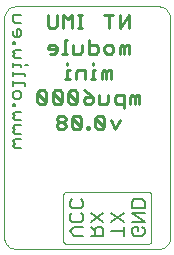
<source format=gbo>
G75*
%MOIN*%
%OFA0B0*%
%FSLAX24Y24*%
%IPPOS*%
%LPD*%
%AMOC8*
5,1,8,0,0,1.08239X$1,22.5*
%
%ADD10C,0.0000*%
%ADD11C,0.0080*%
%ADD12C,0.0030*%
%ADD13C,0.0110*%
D10*
X002723Y003381D02*
X007466Y003381D01*
X007466Y003380D02*
X007505Y003382D01*
X007543Y003388D01*
X007580Y003397D01*
X007617Y003410D01*
X007652Y003427D01*
X007685Y003446D01*
X007716Y003469D01*
X007745Y003495D01*
X007771Y003524D01*
X007794Y003555D01*
X007813Y003588D01*
X007830Y003623D01*
X007843Y003660D01*
X007852Y003697D01*
X007858Y003735D01*
X007860Y003774D01*
X007860Y011074D01*
X007858Y011113D01*
X007852Y011151D01*
X007843Y011188D01*
X007830Y011225D01*
X007813Y011260D01*
X007794Y011293D01*
X007771Y011324D01*
X007745Y011353D01*
X007716Y011379D01*
X007685Y011402D01*
X007652Y011421D01*
X007617Y011438D01*
X007580Y011451D01*
X007543Y011460D01*
X007505Y011466D01*
X007466Y011468D01*
X007466Y011467D02*
X002723Y011467D01*
X002723Y011468D02*
X002684Y011466D01*
X002646Y011460D01*
X002609Y011451D01*
X002572Y011438D01*
X002537Y011421D01*
X002504Y011402D01*
X002473Y011379D01*
X002444Y011353D01*
X002418Y011324D01*
X002395Y011293D01*
X002376Y011260D01*
X002359Y011225D01*
X002346Y011188D01*
X002337Y011151D01*
X002331Y011113D01*
X002329Y011074D01*
X002329Y003774D01*
X002331Y003735D01*
X002337Y003697D01*
X002346Y003660D01*
X002359Y003623D01*
X002376Y003588D01*
X002395Y003555D01*
X002418Y003524D01*
X002444Y003495D01*
X002473Y003469D01*
X002504Y003446D01*
X002537Y003427D01*
X002572Y003410D01*
X002609Y003397D01*
X002646Y003388D01*
X002684Y003382D01*
X002723Y003380D01*
D11*
X004525Y003967D02*
X004666Y004107D01*
X004946Y004107D01*
X004876Y004287D02*
X004595Y004287D01*
X004525Y004357D01*
X004525Y004497D01*
X004595Y004568D01*
X004595Y004748D02*
X004525Y004818D01*
X004525Y004958D01*
X004595Y005028D01*
X004595Y004748D02*
X004876Y004748D01*
X004946Y004818D01*
X004946Y004958D01*
X004876Y005028D01*
X004876Y004568D02*
X004946Y004497D01*
X004946Y004357D01*
X004876Y004287D01*
X004525Y003967D02*
X004666Y003827D01*
X004946Y003827D01*
X005213Y003827D02*
X005633Y003827D01*
X005633Y004037D01*
X005563Y004107D01*
X005423Y004107D01*
X005353Y004037D01*
X005353Y003827D01*
X005353Y003967D02*
X005213Y004107D01*
X005213Y004287D02*
X005633Y004568D01*
X005633Y004287D02*
X005213Y004568D01*
X005900Y004568D02*
X006321Y004287D01*
X006321Y004107D02*
X006321Y003827D01*
X006321Y003967D02*
X005900Y003967D01*
X005900Y004287D02*
X006321Y004568D01*
X006588Y004568D02*
X007008Y004568D01*
X007008Y004748D02*
X007008Y004958D01*
X006938Y005028D01*
X006658Y005028D01*
X006588Y004958D01*
X006588Y004748D01*
X007008Y004748D01*
X006588Y004568D02*
X007008Y004287D01*
X006588Y004287D01*
X006658Y004107D02*
X006588Y004037D01*
X006588Y003897D01*
X006658Y003827D01*
X006938Y003827D01*
X007008Y003897D01*
X007008Y004037D01*
X006938Y004107D01*
X006798Y004107D02*
X006798Y003967D01*
X006798Y004107D02*
X006658Y004107D01*
X002899Y006754D02*
X002689Y006754D01*
X002619Y006824D01*
X002689Y006894D01*
X002619Y006964D01*
X002689Y007034D01*
X002899Y007034D01*
X002899Y007215D02*
X002689Y007215D01*
X002619Y007285D01*
X002689Y007355D01*
X002619Y007425D01*
X002689Y007495D01*
X002899Y007495D01*
X002899Y007675D02*
X002689Y007675D01*
X002619Y007745D01*
X002689Y007815D01*
X002619Y007885D01*
X002689Y007955D01*
X002899Y007955D01*
X002689Y008135D02*
X002689Y008205D01*
X002619Y008205D01*
X002619Y008135D01*
X002689Y008135D01*
X002689Y008366D02*
X002619Y008436D01*
X002619Y008576D01*
X002689Y008646D01*
X002829Y008646D01*
X002899Y008576D01*
X002899Y008436D01*
X002829Y008366D01*
X002689Y008366D01*
X002619Y008826D02*
X002619Y008966D01*
X002619Y008896D02*
X003040Y008896D01*
X003040Y008826D01*
X003040Y009133D02*
X003040Y009203D01*
X002619Y009203D01*
X002619Y009133D02*
X002619Y009273D01*
X002619Y009440D02*
X002619Y009580D01*
X002619Y009510D02*
X002899Y009510D01*
X002899Y009440D01*
X003040Y009510D02*
X003110Y009510D01*
X002899Y009747D02*
X002689Y009747D01*
X002619Y009817D01*
X002689Y009887D01*
X002619Y009957D01*
X002689Y010027D01*
X002899Y010027D01*
X002689Y010207D02*
X002689Y010277D01*
X002619Y010277D01*
X002619Y010207D01*
X002689Y010207D01*
X002689Y010437D02*
X002829Y010437D01*
X002899Y010507D01*
X002899Y010648D01*
X002829Y010718D01*
X002759Y010718D01*
X002759Y010437D01*
X002689Y010437D02*
X002619Y010507D01*
X002619Y010648D01*
X002689Y010898D02*
X002619Y010968D01*
X002619Y011178D01*
X002899Y011178D01*
X002899Y010898D02*
X002689Y010898D01*
D12*
X004423Y005287D02*
X007110Y005287D01*
X007130Y005285D01*
X007149Y005281D01*
X007167Y005273D01*
X007183Y005263D01*
X007198Y005250D01*
X007211Y005235D01*
X007221Y005219D01*
X007229Y005201D01*
X007233Y005182D01*
X007235Y005162D01*
X007235Y003662D01*
X007233Y003642D01*
X007229Y003623D01*
X007221Y003605D01*
X007211Y003589D01*
X007198Y003574D01*
X007183Y003561D01*
X007167Y003551D01*
X007149Y003543D01*
X007130Y003539D01*
X007110Y003537D01*
X004423Y003537D01*
X004403Y003539D01*
X004384Y003543D01*
X004366Y003551D01*
X004350Y003561D01*
X004335Y003574D01*
X004322Y003589D01*
X004312Y003605D01*
X004304Y003623D01*
X004300Y003642D01*
X004298Y003662D01*
X004298Y005162D01*
X004300Y005182D01*
X004304Y005201D01*
X004312Y005219D01*
X004322Y005235D01*
X004335Y005250D01*
X004350Y005263D01*
X004366Y005273D01*
X004384Y005281D01*
X004403Y005285D01*
X004423Y005287D01*
D13*
X004305Y007373D02*
X004154Y007373D01*
X004079Y007448D01*
X004079Y007523D01*
X004154Y007598D01*
X004305Y007598D01*
X004380Y007673D01*
X004380Y007748D01*
X004305Y007824D01*
X004154Y007824D01*
X004079Y007748D01*
X004079Y007673D01*
X004154Y007598D01*
X004305Y007598D02*
X004380Y007523D01*
X004380Y007448D01*
X004305Y007373D01*
X004595Y007448D02*
X004670Y007373D01*
X004820Y007373D01*
X004895Y007448D01*
X004595Y007748D01*
X004595Y007448D01*
X004895Y007448D02*
X004895Y007748D01*
X004820Y007824D01*
X004670Y007824D01*
X004595Y007748D01*
X004541Y008213D02*
X004691Y008213D01*
X004766Y008288D01*
X004466Y008588D01*
X004466Y008288D01*
X004541Y008213D01*
X004766Y008288D02*
X004766Y008588D01*
X004691Y008664D01*
X004541Y008664D01*
X004466Y008588D01*
X004251Y008588D02*
X004251Y008288D01*
X003950Y008588D01*
X003950Y008288D01*
X004026Y008213D01*
X004176Y008213D01*
X004251Y008288D01*
X004251Y008588D02*
X004176Y008664D01*
X004026Y008664D01*
X003950Y008588D01*
X003735Y008588D02*
X003735Y008288D01*
X003435Y008588D01*
X003435Y008288D01*
X003510Y008213D01*
X003660Y008213D01*
X003735Y008288D01*
X003735Y008588D02*
X003660Y008664D01*
X003510Y008664D01*
X003435Y008588D01*
X004358Y009053D02*
X004509Y009053D01*
X004433Y009053D02*
X004433Y009353D01*
X004509Y009353D01*
X004433Y009504D02*
X004433Y009579D01*
X004423Y009893D02*
X004272Y009893D01*
X004348Y009893D02*
X004348Y010344D01*
X004423Y010344D01*
X004638Y010193D02*
X004638Y009893D01*
X004863Y009893D01*
X004938Y009968D01*
X004938Y010193D01*
X005154Y010193D02*
X005379Y010193D01*
X005454Y010118D01*
X005454Y009968D01*
X005379Y009893D01*
X005154Y009893D01*
X005154Y010344D01*
X004938Y010733D02*
X004788Y010733D01*
X004863Y010733D02*
X004863Y011184D01*
X004938Y011184D02*
X004788Y011184D01*
X004594Y011184D02*
X004444Y011033D01*
X004294Y011184D01*
X004294Y010733D01*
X004079Y010808D02*
X004004Y010733D01*
X003854Y010733D01*
X003779Y010808D01*
X003779Y011184D01*
X004079Y011184D02*
X004079Y010808D01*
X004594Y010733D02*
X004594Y011184D01*
X004004Y010193D02*
X003854Y010193D01*
X003779Y010118D01*
X003779Y010043D01*
X004079Y010043D01*
X004079Y009968D02*
X004079Y010118D01*
X004004Y010193D01*
X004079Y009968D02*
X004004Y009893D01*
X003854Y009893D01*
X004724Y009278D02*
X004724Y009053D01*
X004724Y009278D02*
X004799Y009353D01*
X005024Y009353D01*
X005024Y009053D01*
X005218Y009053D02*
X005368Y009053D01*
X005293Y009053D02*
X005293Y009353D01*
X005368Y009353D01*
X005293Y009504D02*
X005293Y009579D01*
X005583Y009278D02*
X005583Y009053D01*
X005733Y009053D02*
X005733Y009278D01*
X005658Y009353D01*
X005583Y009278D01*
X005733Y009278D02*
X005809Y009353D01*
X005884Y009353D01*
X005884Y009053D01*
X005798Y008513D02*
X005798Y008288D01*
X005723Y008213D01*
X005497Y008213D01*
X005497Y008513D01*
X005282Y008438D02*
X005282Y008288D01*
X005207Y008213D01*
X005057Y008213D01*
X004982Y008288D01*
X004982Y008363D01*
X005057Y008438D01*
X005282Y008438D01*
X005132Y008588D01*
X004982Y008664D01*
X005444Y007824D02*
X005368Y007748D01*
X005669Y007448D01*
X005594Y007373D01*
X005444Y007373D01*
X005368Y007448D01*
X005368Y007748D01*
X005444Y007824D02*
X005594Y007824D01*
X005669Y007748D01*
X005669Y007448D01*
X005884Y007673D02*
X006034Y007373D01*
X006184Y007673D01*
X006313Y008063D02*
X006313Y008513D01*
X006088Y008513D01*
X006013Y008438D01*
X006013Y008288D01*
X006088Y008213D01*
X006313Y008213D01*
X006529Y008213D02*
X006529Y008438D01*
X006604Y008513D01*
X006679Y008438D01*
X006679Y008213D01*
X006829Y008213D02*
X006829Y008513D01*
X006754Y008513D01*
X006679Y008438D01*
X006485Y009893D02*
X006485Y010193D01*
X006410Y010193D01*
X006335Y010118D01*
X006260Y010193D01*
X006185Y010118D01*
X006185Y009893D01*
X006335Y009893D02*
X006335Y010118D01*
X005970Y010118D02*
X005970Y009968D01*
X005894Y009893D01*
X005744Y009893D01*
X005669Y009968D01*
X005669Y010118D01*
X005744Y010193D01*
X005894Y010193D01*
X005970Y010118D01*
X005819Y010733D02*
X005819Y011184D01*
X005669Y011184D02*
X005970Y011184D01*
X006185Y011184D02*
X006185Y010733D01*
X006485Y011184D01*
X006485Y010733D01*
X005153Y007448D02*
X005078Y007448D01*
X005078Y007373D01*
X005153Y007373D01*
X005153Y007448D01*
M02*

</source>
